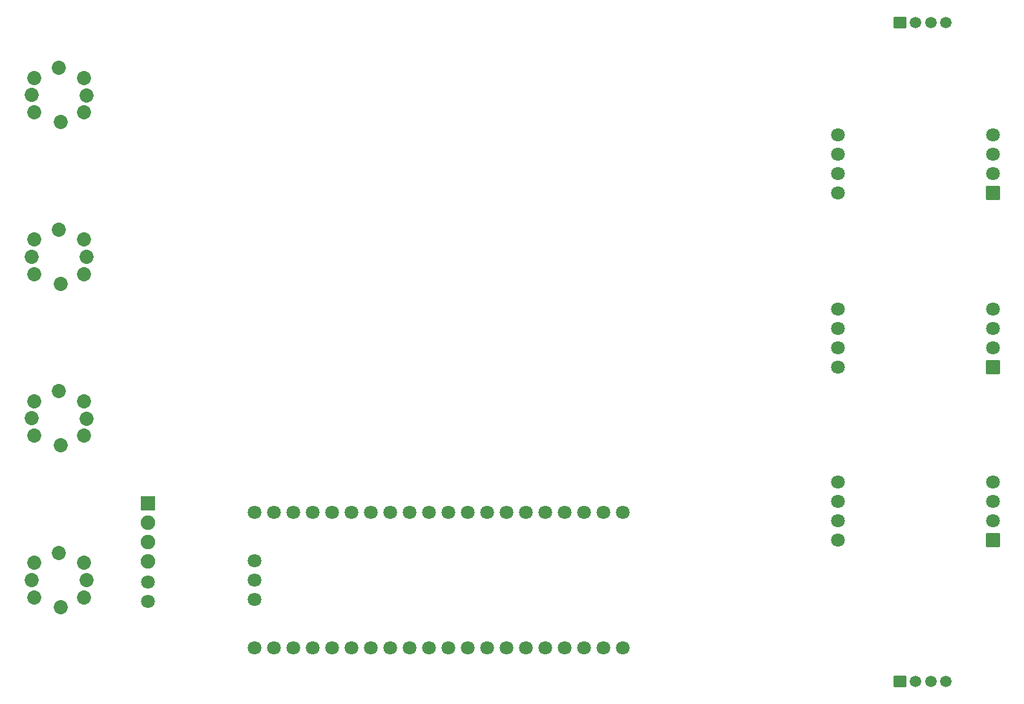
<source format=gts>
G04 Layer: TopSolderMaskLayer*
G04 EasyEDA v6.5.29, 2023-07-18 11:29:47*
G04 d241b5e9eba042f2855d0ef1ce65199e,5a6b42c53f6a479593ecc07194224c93,10*
G04 Gerber Generator version 0.2*
G04 Scale: 100 percent, Rotated: No, Reflected: No *
G04 Dimensions in millimeters *
G04 leading zeros omitted , absolute positions ,4 integer and 5 decimal *
%FSLAX45Y45*%
%MOMM*%

%AMMACRO1*1,1,$1,$2,$3*1,1,$1,$4,$5*1,1,$1,0-$2,0-$3*1,1,$1,0-$4,0-$5*20,1,$1,$2,$3,$4,$5,0*20,1,$1,$4,$5,0-$2,0-$3,0*20,1,$1,0-$2,0-$3,0-$4,0-$5,0*20,1,$1,0-$4,0-$5,$2,$3,0*4,1,4,$2,$3,$4,$5,0-$2,0-$3,0-$4,0-$5,$2,$3,0*%
%ADD10C,1.9016*%
%ADD11MACRO1,0.1016X-0.85X-0.9X-0.85X0.9*%
%ADD12MACRO1,0.1016X0.85X-0.85X0.85X0.85*%
%ADD13C,1.8016*%
%ADD14C,1.8532*%
%ADD15C,1.5016*%
%ADD16MACRO1,0.1016X-0.762X0.7X0.762X0.7*%

%LPD*%
D10*
G01*
X-2807563Y1727200D03*
D11*
G01*
X-2807562Y2489200D03*
D10*
G01*
X-2807563Y2235200D03*
G01*
X-2807563Y1981200D03*
D12*
G01*
X8266836Y6565900D03*
D13*
G01*
X8266836Y6819900D03*
G01*
X8266836Y7073900D03*
G01*
X8266836Y7327900D03*
G01*
X6234836Y7327900D03*
G01*
X6234836Y6565900D03*
G01*
X6234836Y6819900D03*
G01*
X6234836Y7073900D03*
G01*
X6234836Y5041900D03*
G01*
X6234836Y4279900D03*
G01*
X6234836Y4533900D03*
G01*
X6234836Y4787900D03*
D12*
G01*
X8266836Y4279900D03*
D13*
G01*
X8266836Y4533900D03*
G01*
X8266836Y4787900D03*
G01*
X8266836Y5041900D03*
G01*
X6234836Y2768600D03*
G01*
X6234836Y2006600D03*
G01*
X6234836Y2260600D03*
G01*
X6234836Y2514600D03*
D12*
G01*
X8266836Y2006600D03*
D13*
G01*
X8266836Y2260600D03*
G01*
X8266836Y2514600D03*
G01*
X8266836Y2768600D03*
D14*
G01*
X-3645763Y7620000D03*
G01*
X-4295775Y7620000D03*
G01*
X-3645763Y8070011D03*
G01*
X-4295775Y8070011D03*
G01*
X-3970756Y8204987D03*
G01*
X-3610762Y7844993D03*
G01*
X-3950563Y7493000D03*
G01*
X-4331563Y7848600D03*
G01*
X-3645763Y5499100D03*
G01*
X-4295775Y5499100D03*
G01*
X-3645763Y5949111D03*
G01*
X-4295775Y5949111D03*
G01*
X-3970756Y6084087D03*
G01*
X-3610762Y5724093D03*
G01*
X-3950563Y5372100D03*
G01*
X-4331563Y5727700D03*
G01*
X-3645763Y3378200D03*
G01*
X-4295775Y3378200D03*
G01*
X-3645763Y3828211D03*
G01*
X-4295775Y3828211D03*
G01*
X-3970756Y3963187D03*
G01*
X-3610762Y3603193D03*
G01*
X-3950563Y3251200D03*
G01*
X-4331563Y3606800D03*
G01*
X-3645763Y1257300D03*
G01*
X-4295775Y1257300D03*
G01*
X-3645763Y1707311D03*
G01*
X-4295775Y1707311D03*
G01*
X-3970756Y1842287D03*
G01*
X-3610762Y1482293D03*
G01*
X-3950563Y1130300D03*
G01*
X-4331563Y1485900D03*
D15*
G01*
X7652486Y8801074D03*
G01*
X7452487Y8801074D03*
G01*
X7252487Y8801074D03*
D16*
G01*
X7052485Y8801082D03*
D15*
G01*
X7652486Y152400D03*
G01*
X7452487Y152400D03*
G01*
X7252487Y152400D03*
D16*
G01*
X7052485Y152400D03*
D13*
G01*
X3415411Y2374900D03*
G01*
X3415411Y596900D03*
G01*
X3161411Y2374900D03*
G01*
X2907411Y2374900D03*
G01*
X2653411Y2374900D03*
G01*
X2399411Y2374900D03*
G01*
X2145411Y2374900D03*
G01*
X1891411Y2374900D03*
G01*
X1637436Y2374900D03*
G01*
X1383436Y2374900D03*
G01*
X1129436Y2374900D03*
G01*
X875436Y2374900D03*
G01*
X621436Y2374900D03*
G01*
X367436Y2374900D03*
G01*
X113436Y2374900D03*
G01*
X-140563Y2374900D03*
G01*
X-394563Y2374900D03*
G01*
X-648563Y2374900D03*
G01*
X-902563Y2374900D03*
G01*
X-1156563Y2374900D03*
G01*
X-1410563Y2374900D03*
G01*
X3161411Y596900D03*
G01*
X2907411Y596900D03*
G01*
X2653411Y596900D03*
G01*
X2399411Y596900D03*
G01*
X2145411Y596900D03*
G01*
X1891411Y596900D03*
G01*
X1637436Y596900D03*
G01*
X1383436Y596900D03*
G01*
X1129436Y596900D03*
G01*
X875436Y596900D03*
G01*
X621436Y596900D03*
G01*
X367436Y596900D03*
G01*
X113436Y596900D03*
G01*
X-140563Y596900D03*
G01*
X-394563Y596900D03*
G01*
X-648563Y596900D03*
G01*
X-902563Y596900D03*
G01*
X-1156563Y596900D03*
G01*
X-1410563Y596900D03*
G01*
X-1410563Y1485900D03*
G01*
X-1410563Y1739900D03*
G01*
X-1410563Y1231900D03*
G01*
X-2807563Y1206500D03*
G01*
X-2807563Y1460500D03*
M02*

</source>
